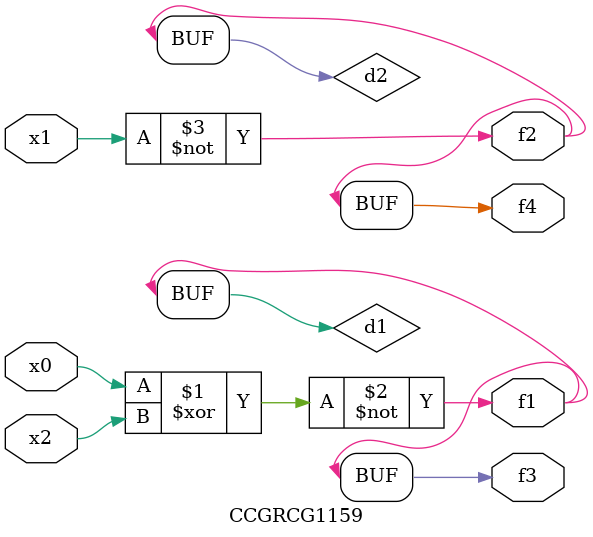
<source format=v>
module CCGRCG1159(
	input x0, x1, x2,
	output f1, f2, f3, f4
);

	wire d1, d2, d3;

	xnor (d1, x0, x2);
	nand (d2, x1);
	nor (d3, x1, x2);
	assign f1 = d1;
	assign f2 = d2;
	assign f3 = d1;
	assign f4 = d2;
endmodule

</source>
